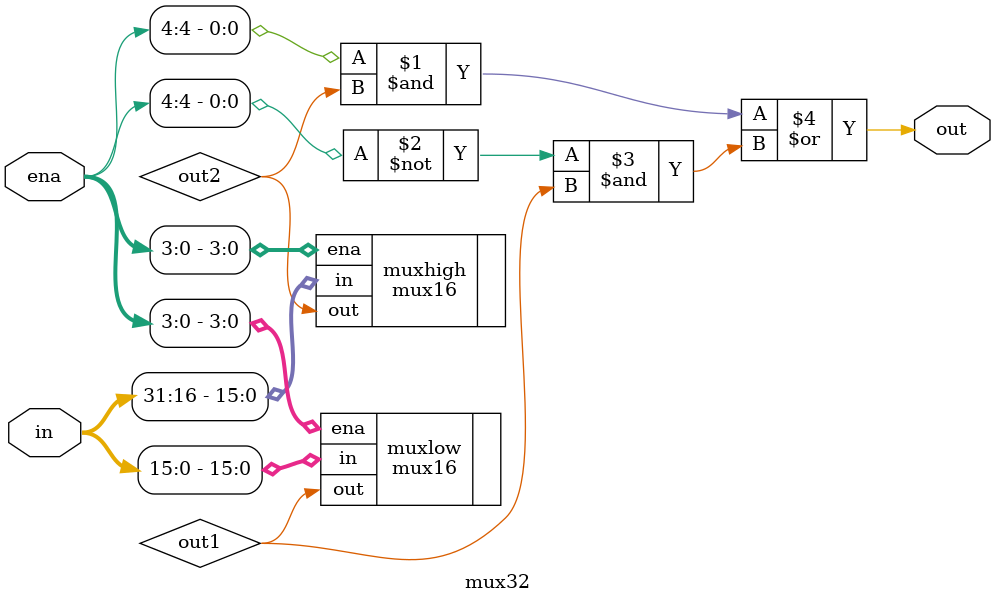
<source format=sv>
module mux32(ena, in, out);

    input wire [4:0]ena;
    input wire [31:0]in;

    wire out1;
    wire out2;

    output wire out;

    // Select from a set of 8 inputs based on a three-bit input

    mux16 muxlow(.ena(ena[3:0]), .in(in[15:0]), .out(out1));
    mux16 muxhigh(.ena(ena[3:0]), .in(in[31:16]), .out(out2));

    assign out = ((ena[4] & out2) | (~ena[4] & out1));

endmodule
</source>
